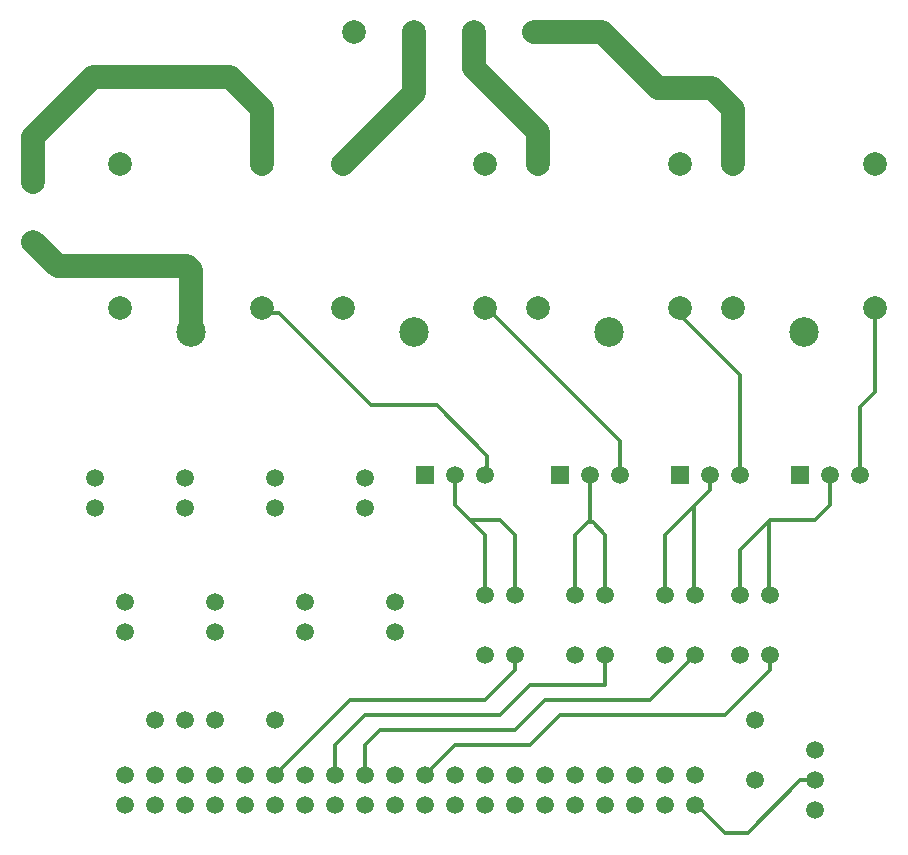
<source format=gbl>
G04 DipTrace 3.1.0.1*
G04 Controller.GBL*
%MOMM*%
G04 #@! TF.FileFunction,Copper,L2,Bot*
G04 #@! TF.Part,Single*
G04 #@! TA.AperFunction,ComponentPad*
%ADD13C,2.0*%
G04 #@! TA.AperFunction,Conductor*
%ADD14C,0.33*%
G04 #@! TA.AperFunction,ComponentPad*
%ADD16C,2.5*%
%ADD17C,1.5*%
%ADD18R,1.5X1.5*%
%FSLAX35Y35*%
G04*
G71*
G90*
G75*
G01*
G04 Bottom*
%LPD*%
X4689293Y8029793D2*
D13*
Y7509793D1*
X4089293Y6909793D1*
X5197293Y8029793D2*
Y7728168D1*
X5740293Y7185168D1*
Y6909793D1*
X5705293Y8029793D2*
X6276793D1*
X6753043Y7553543D1*
X7213420D1*
X7391293Y7375670D1*
Y6909793D1*
X5292543Y4283297D2*
D14*
X5308417D1*
Y4442043D1*
X4879790Y4870667D1*
X4324167D1*
X3546293Y5648543D1*
X3441417D1*
X3400167Y5689793D1*
X5038543Y4283297D2*
Y4029293D1*
X5292543Y3775293D1*
Y3267297D1*
X5546543D2*
Y3775293D1*
X5419543Y3902293D1*
X5165543D1*
X5038543Y4029293D1*
X5546543Y2759290D2*
Y2632297D1*
X5292543Y2378297D1*
X4149543D1*
X3514543Y1743297D1*
X1466667Y6251793D2*
D13*
X1673043Y6045417D1*
X2768420D1*
X2800167Y6013670D1*
Y5489793D1*
X6435543Y4283297D2*
D14*
Y4569043D1*
X5276667Y5727920D1*
Y5677167D1*
X5289293Y5689793D1*
X6308543Y2759290D2*
Y2505297D1*
X5673547D1*
X5419543Y2251293D1*
X4276547D1*
X4022543Y1997290D1*
Y1743297D1*
X6181543Y4283297D2*
Y3902297D1*
X6158880Y3879633D1*
X6054543Y3775297D1*
Y3267297D1*
X6158880Y3879633D2*
X6204203D1*
X6308543Y3775293D1*
Y3267297D1*
X7197543Y4283297D2*
Y4156297D1*
X7057360Y4016113D1*
X6816543Y3775297D1*
Y3267297D1*
X7057360Y4016113D2*
Y3280480D1*
X7070543Y3267297D1*
Y2759290D2*
X6689550Y2378297D1*
X5800547D1*
X5546543Y2124293D1*
X4403547D1*
X4276543Y1997290D1*
Y1743297D1*
X7705543Y2759290D2*
Y2632293D1*
X7324543Y2251293D1*
X5927547D1*
X5673543Y1997290D1*
X5038537D1*
X4784543Y1743297D1*
X8213543Y4283297D2*
Y4029293D1*
X8086543Y3902293D1*
X7705540D1*
X7695603Y3892357D1*
X7451543Y3648297D1*
Y3267297D1*
X7695603Y3892357D2*
Y3277237D1*
X7705543Y3267297D1*
X7451543Y4283297D2*
Y5124670D1*
X6959417Y5616793D1*
Y5708917D1*
X6940293Y5689793D1*
X8467543Y4283297D2*
Y4854793D1*
X8591293Y4978543D1*
Y5689793D1*
X8086543Y1695667D2*
X7959540D1*
X7515043Y1251170D1*
X7324543D1*
X7086420Y1489293D1*
X7070543D1*
X1466667Y6759793D2*
D13*
Y7140793D1*
X1974667Y7648793D1*
X3133543D1*
X3400167Y7382170D1*
Y6909793D1*
D16*
X2800167Y5489793D3*
D13*
X2200167Y5689793D3*
X3400167D3*
X2200167Y6909793D3*
X3400167D3*
X4181293Y8029793D3*
X4689293D3*
X5197293D3*
X5705293D3*
D17*
X2244543Y1743297D3*
X2498543D3*
X2752543D3*
X3006543D3*
X3260543D3*
X3514543D3*
X3768543D3*
X4022543D3*
X4276543D3*
X4530543D3*
X4784543D3*
X5038543D3*
X5292543D3*
X5546543D3*
X5800543D3*
X6054543D3*
X6308543D3*
X6562543D3*
X6816543D3*
X7070543D3*
X2244543Y1489293D3*
X2498543D3*
X3006543D3*
X2752543D3*
X3260543D3*
X3514543D3*
X3768543D3*
X4022543D3*
X4276543D3*
X4530543D3*
X4784543D3*
X5038543D3*
X5292543D3*
X5546543D3*
X5800543D3*
X6054543D3*
X6308543D3*
X6562543D3*
X6816543D3*
X7070543D3*
X1990543Y4251540D3*
Y3997547D3*
X2498543Y2203667D3*
X2752543D3*
X2244543Y3203797D3*
Y2949793D3*
X5292543Y4283297D3*
X5038543D3*
D18*
X4784543D3*
D17*
X2752543Y4251540D3*
Y3997547D3*
X3006543Y2203667D3*
X3514543D3*
X3006543Y3203797D3*
Y2949793D3*
X3514543Y4251540D3*
Y3997547D3*
X3768543Y3203797D3*
Y2949793D3*
X4276543Y4251540D3*
Y3997547D3*
X4530543Y3203797D3*
Y2949793D3*
X5292543Y3267297D3*
Y2759290D3*
X5546543Y3267297D3*
Y2759290D3*
X6435543Y4283297D3*
X6181543D3*
D18*
X5927543D3*
D17*
X6054543Y3267297D3*
X6308543D3*
X6054543Y2759290D3*
X6308543D3*
X7451543Y4283297D3*
X7197543D3*
D18*
X6943543D3*
D17*
X8467543D3*
X8213543D3*
D18*
X7959543D3*
D17*
X6816543Y3267297D3*
X7070543D3*
X6816543Y2759290D3*
X7070543D3*
X7451543Y3267297D3*
X7705543D3*
X7451543Y2759290D3*
X7705543D3*
X8086543Y1949670D3*
Y1695667D3*
X7578543Y2203667D3*
Y1695667D3*
X8086543Y1441667D3*
D13*
X1466667Y6759793D3*
Y6251793D3*
D16*
X4689293Y5489793D3*
D13*
X4089293Y5689793D3*
X5289293D3*
X4089293Y6909793D3*
X5289293D3*
D16*
X6340293Y5489793D3*
D13*
X5740293Y5689793D3*
X6940293D3*
X5740293Y6909793D3*
X6940293D3*
D16*
X7991293Y5489793D3*
D13*
X7391293Y5689793D3*
X8591293D3*
X7391293Y6909793D3*
X8591293D3*
M02*

</source>
